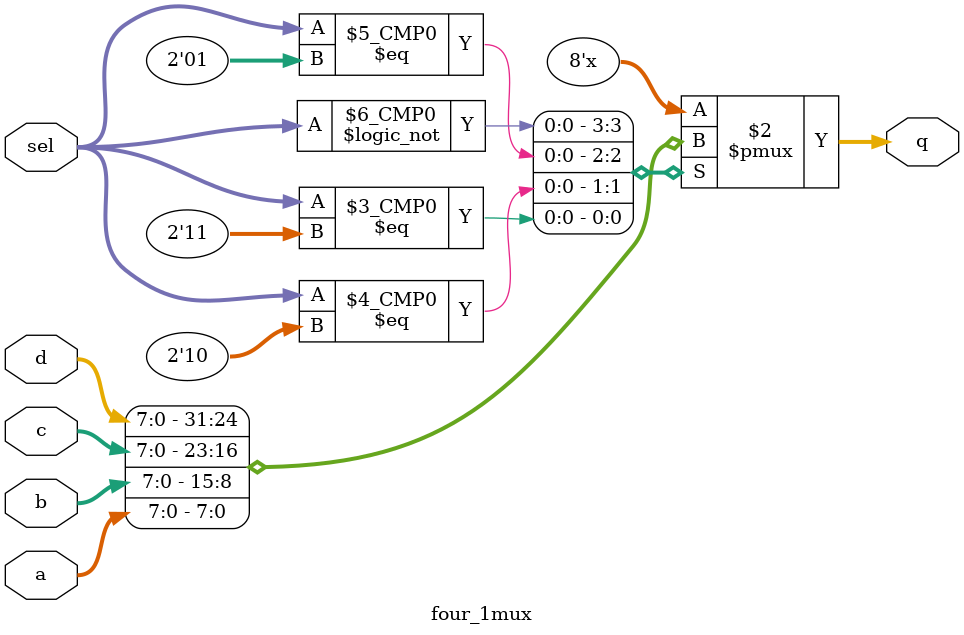
<source format=v>
module top_module ( 
    input clk, 
    input [7:0] d, 
    input [1:0] sel, 
    output [7:0] q 
);
    wire [7:0]w0,w1,w2;          //we must assign bit range to the wire otherwise it could be error
    my_dff8 dff1(clk,d,w0);
    my_dff8 dff2(clk,w0,w1);
    my_dff8 dff3(clk,w1,w2);
    four_1mux dff4(w2,w1,w0,d,sel,q);
endmodule
            
             module four_1mux(
                 input [7:0]a,
                 input [7:0]b,
                 input [7:0]c,
                 input [7:0]d,
                 input [1:0]sel,
                 output reg [7:0]q 
             );
                /* wire [7:0]w0,w1,w2;
                 assign w2 = a;
                 assign w1 = b;
                 assign w0 = c;*/
                 
                always @(*)begin
                     case(sel)
                         2'b00: q = d;
                         2'b01: q = c;
                         2'b10: q = b;
                         2'b11: q = a;
                     endcase
                 end
endmodule

</source>
